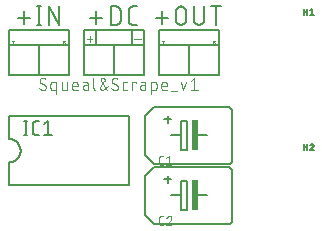
<source format=gbr>
G04 EAGLE Gerber RS-274X export*
G75*
%MOMM*%
%FSLAX34Y34*%
%LPD*%
%INSilkscreen Top*%
%IPPOS*%
%AMOC8*
5,1,8,0,0,1.08239X$1,22.5*%
G01*
%ADD10C,0.101600*%
%ADD11C,0.152400*%
%ADD12R,0.508000X2.540000*%
%ADD13C,0.076200*%
%ADD14C,0.127000*%
%ADD15C,0.025400*%


D10*
X41995Y114808D02*
X42088Y114810D01*
X42181Y114816D01*
X42274Y114825D01*
X42367Y114839D01*
X42458Y114856D01*
X42549Y114877D01*
X42639Y114902D01*
X42728Y114930D01*
X42816Y114962D01*
X42902Y114998D01*
X42987Y115037D01*
X43070Y115080D01*
X43151Y115126D01*
X43230Y115176D01*
X43307Y115228D01*
X43382Y115284D01*
X43454Y115343D01*
X43524Y115405D01*
X43592Y115469D01*
X43656Y115537D01*
X43718Y115607D01*
X43777Y115679D01*
X43833Y115754D01*
X43885Y115831D01*
X43935Y115910D01*
X43981Y115991D01*
X44024Y116074D01*
X44063Y116159D01*
X44099Y116245D01*
X44131Y116333D01*
X44159Y116422D01*
X44184Y116512D01*
X44205Y116603D01*
X44222Y116694D01*
X44236Y116787D01*
X44245Y116880D01*
X44251Y116973D01*
X44253Y117066D01*
X41995Y114808D02*
X41861Y114810D01*
X41726Y114816D01*
X41592Y114825D01*
X41458Y114838D01*
X41325Y114855D01*
X41192Y114876D01*
X41060Y114901D01*
X40928Y114929D01*
X40797Y114961D01*
X40668Y114996D01*
X40539Y115036D01*
X40412Y115079D01*
X40285Y115125D01*
X40160Y115175D01*
X40037Y115228D01*
X39915Y115285D01*
X39795Y115346D01*
X39676Y115409D01*
X39560Y115476D01*
X39445Y115547D01*
X39333Y115620D01*
X39222Y115697D01*
X39114Y115777D01*
X39008Y115859D01*
X38904Y115945D01*
X38803Y116034D01*
X38704Y116125D01*
X38608Y116219D01*
X38890Y122710D02*
X38892Y122803D01*
X38898Y122896D01*
X38907Y122989D01*
X38921Y123082D01*
X38938Y123173D01*
X38959Y123264D01*
X38984Y123354D01*
X39012Y123443D01*
X39044Y123531D01*
X39080Y123617D01*
X39119Y123702D01*
X39162Y123785D01*
X39208Y123866D01*
X39258Y123945D01*
X39310Y124022D01*
X39366Y124097D01*
X39425Y124169D01*
X39487Y124239D01*
X39551Y124307D01*
X39619Y124371D01*
X39689Y124433D01*
X39761Y124492D01*
X39836Y124548D01*
X39913Y124600D01*
X39992Y124650D01*
X40073Y124696D01*
X40156Y124739D01*
X40241Y124778D01*
X40327Y124814D01*
X40415Y124846D01*
X40504Y124874D01*
X40594Y124899D01*
X40685Y124920D01*
X40776Y124937D01*
X40869Y124951D01*
X40962Y124960D01*
X41055Y124966D01*
X41148Y124968D01*
X41278Y124966D01*
X41407Y124960D01*
X41537Y124950D01*
X41666Y124936D01*
X41794Y124918D01*
X41922Y124897D01*
X42049Y124871D01*
X42175Y124841D01*
X42301Y124808D01*
X42425Y124771D01*
X42548Y124730D01*
X42670Y124685D01*
X42790Y124637D01*
X42909Y124584D01*
X43026Y124529D01*
X43141Y124469D01*
X43255Y124407D01*
X43366Y124340D01*
X43476Y124271D01*
X43583Y124198D01*
X43688Y124121D01*
X40019Y120735D02*
X39938Y120785D01*
X39859Y120838D01*
X39782Y120894D01*
X39708Y120954D01*
X39637Y121017D01*
X39568Y121083D01*
X39501Y121151D01*
X39438Y121222D01*
X39378Y121296D01*
X39321Y121372D01*
X39267Y121451D01*
X39216Y121531D01*
X39169Y121614D01*
X39125Y121699D01*
X39085Y121785D01*
X39048Y121873D01*
X39015Y121962D01*
X38986Y122053D01*
X38961Y122145D01*
X38939Y122237D01*
X38922Y122331D01*
X38908Y122425D01*
X38898Y122520D01*
X38892Y122615D01*
X38890Y122710D01*
X43123Y119042D02*
X43204Y118991D01*
X43283Y118938D01*
X43360Y118882D01*
X43434Y118822D01*
X43505Y118759D01*
X43574Y118693D01*
X43641Y118625D01*
X43704Y118554D01*
X43764Y118480D01*
X43821Y118404D01*
X43875Y118325D01*
X43926Y118245D01*
X43973Y118162D01*
X44017Y118077D01*
X44057Y117991D01*
X44094Y117903D01*
X44127Y117814D01*
X44156Y117723D01*
X44181Y117632D01*
X44203Y117539D01*
X44220Y117445D01*
X44234Y117351D01*
X44244Y117256D01*
X44250Y117161D01*
X44252Y117066D01*
X43124Y119041D02*
X40019Y120735D01*
X52685Y121581D02*
X52685Y111421D01*
X52685Y121581D02*
X49863Y121581D01*
X49782Y121579D01*
X49702Y121573D01*
X49622Y121564D01*
X49543Y121550D01*
X49464Y121533D01*
X49386Y121512D01*
X49309Y121488D01*
X49234Y121460D01*
X49160Y121428D01*
X49087Y121393D01*
X49017Y121354D01*
X48948Y121312D01*
X48881Y121267D01*
X48816Y121219D01*
X48754Y121167D01*
X48695Y121113D01*
X48638Y121056D01*
X48584Y120997D01*
X48532Y120935D01*
X48484Y120870D01*
X48439Y120803D01*
X48397Y120735D01*
X48358Y120664D01*
X48323Y120591D01*
X48291Y120517D01*
X48263Y120442D01*
X48239Y120365D01*
X48218Y120287D01*
X48201Y120208D01*
X48187Y120129D01*
X48178Y120049D01*
X48172Y119969D01*
X48170Y119888D01*
X48170Y116501D01*
X48172Y116420D01*
X48178Y116340D01*
X48187Y116260D01*
X48201Y116181D01*
X48218Y116102D01*
X48239Y116024D01*
X48263Y115947D01*
X48291Y115872D01*
X48323Y115798D01*
X48358Y115725D01*
X48397Y115655D01*
X48439Y115586D01*
X48484Y115519D01*
X48532Y115454D01*
X48584Y115392D01*
X48638Y115333D01*
X48695Y115276D01*
X48754Y115222D01*
X48816Y115170D01*
X48881Y115122D01*
X48948Y115077D01*
X49017Y115035D01*
X49087Y114996D01*
X49160Y114961D01*
X49234Y114929D01*
X49309Y114901D01*
X49386Y114877D01*
X49464Y114856D01*
X49543Y114839D01*
X49622Y114825D01*
X49702Y114816D01*
X49782Y114810D01*
X49863Y114808D01*
X52685Y114808D01*
X57613Y116501D02*
X57613Y121581D01*
X57613Y116501D02*
X57615Y116420D01*
X57621Y116340D01*
X57630Y116260D01*
X57644Y116181D01*
X57661Y116102D01*
X57682Y116024D01*
X57706Y115947D01*
X57734Y115872D01*
X57766Y115798D01*
X57801Y115725D01*
X57840Y115655D01*
X57882Y115586D01*
X57927Y115519D01*
X57975Y115454D01*
X58027Y115392D01*
X58081Y115333D01*
X58138Y115276D01*
X58197Y115222D01*
X58259Y115170D01*
X58324Y115122D01*
X58391Y115077D01*
X58460Y115035D01*
X58530Y114996D01*
X58603Y114961D01*
X58677Y114929D01*
X58752Y114901D01*
X58829Y114877D01*
X58907Y114856D01*
X58986Y114839D01*
X59065Y114825D01*
X59145Y114816D01*
X59225Y114810D01*
X59306Y114808D01*
X62128Y114808D01*
X62128Y121581D01*
X68359Y114808D02*
X71181Y114808D01*
X68359Y114808D02*
X68278Y114810D01*
X68198Y114816D01*
X68118Y114825D01*
X68039Y114839D01*
X67960Y114856D01*
X67882Y114877D01*
X67805Y114901D01*
X67730Y114929D01*
X67656Y114961D01*
X67583Y114996D01*
X67513Y115035D01*
X67444Y115077D01*
X67377Y115122D01*
X67312Y115170D01*
X67250Y115222D01*
X67191Y115276D01*
X67134Y115333D01*
X67080Y115392D01*
X67028Y115454D01*
X66980Y115519D01*
X66935Y115586D01*
X66893Y115655D01*
X66854Y115725D01*
X66819Y115798D01*
X66787Y115872D01*
X66759Y115947D01*
X66735Y116024D01*
X66714Y116102D01*
X66697Y116181D01*
X66683Y116260D01*
X66674Y116340D01*
X66668Y116420D01*
X66666Y116501D01*
X66665Y116501D02*
X66665Y119324D01*
X66667Y119417D01*
X66673Y119510D01*
X66682Y119603D01*
X66696Y119696D01*
X66713Y119787D01*
X66734Y119878D01*
X66759Y119968D01*
X66787Y120057D01*
X66819Y120145D01*
X66855Y120231D01*
X66894Y120316D01*
X66937Y120399D01*
X66983Y120480D01*
X67033Y120559D01*
X67085Y120636D01*
X67141Y120711D01*
X67200Y120783D01*
X67262Y120853D01*
X67326Y120921D01*
X67394Y120985D01*
X67464Y121047D01*
X67536Y121106D01*
X67611Y121162D01*
X67688Y121214D01*
X67767Y121264D01*
X67848Y121310D01*
X67931Y121353D01*
X68016Y121392D01*
X68102Y121428D01*
X68190Y121460D01*
X68279Y121488D01*
X68369Y121513D01*
X68460Y121534D01*
X68551Y121551D01*
X68644Y121565D01*
X68737Y121574D01*
X68830Y121580D01*
X68923Y121582D01*
X69016Y121580D01*
X69109Y121574D01*
X69202Y121565D01*
X69295Y121551D01*
X69386Y121534D01*
X69477Y121513D01*
X69567Y121488D01*
X69656Y121460D01*
X69744Y121428D01*
X69830Y121392D01*
X69915Y121353D01*
X69998Y121310D01*
X70079Y121264D01*
X70158Y121214D01*
X70235Y121162D01*
X70310Y121106D01*
X70382Y121047D01*
X70452Y120985D01*
X70520Y120921D01*
X70584Y120853D01*
X70646Y120783D01*
X70705Y120711D01*
X70761Y120636D01*
X70813Y120559D01*
X70863Y120480D01*
X70909Y120399D01*
X70952Y120316D01*
X70991Y120231D01*
X71027Y120145D01*
X71059Y120057D01*
X71087Y119968D01*
X71112Y119878D01*
X71133Y119787D01*
X71150Y119696D01*
X71164Y119603D01*
X71173Y119510D01*
X71179Y119417D01*
X71181Y119324D01*
X71181Y118195D01*
X66665Y118195D01*
X77303Y118759D02*
X79843Y118759D01*
X77303Y118760D02*
X77216Y118758D01*
X77128Y118752D01*
X77041Y118743D01*
X76955Y118729D01*
X76869Y118712D01*
X76785Y118691D01*
X76701Y118666D01*
X76618Y118637D01*
X76537Y118605D01*
X76457Y118570D01*
X76379Y118531D01*
X76302Y118488D01*
X76228Y118442D01*
X76156Y118393D01*
X76086Y118341D01*
X76018Y118285D01*
X75953Y118227D01*
X75890Y118166D01*
X75831Y118102D01*
X75774Y118035D01*
X75720Y117967D01*
X75669Y117895D01*
X75622Y117822D01*
X75577Y117747D01*
X75536Y117669D01*
X75499Y117590D01*
X75465Y117510D01*
X75435Y117428D01*
X75408Y117345D01*
X75385Y117260D01*
X75366Y117175D01*
X75351Y117089D01*
X75339Y117002D01*
X75331Y116915D01*
X75327Y116828D01*
X75327Y116740D01*
X75331Y116653D01*
X75339Y116566D01*
X75351Y116479D01*
X75366Y116393D01*
X75385Y116308D01*
X75408Y116223D01*
X75435Y116140D01*
X75465Y116058D01*
X75499Y115978D01*
X75536Y115899D01*
X75577Y115821D01*
X75622Y115746D01*
X75669Y115673D01*
X75720Y115601D01*
X75774Y115533D01*
X75831Y115466D01*
X75890Y115402D01*
X75953Y115341D01*
X76018Y115283D01*
X76086Y115227D01*
X76156Y115175D01*
X76228Y115126D01*
X76302Y115080D01*
X76379Y115037D01*
X76457Y114998D01*
X76537Y114963D01*
X76618Y114931D01*
X76701Y114902D01*
X76785Y114877D01*
X76869Y114856D01*
X76955Y114839D01*
X77041Y114825D01*
X77128Y114816D01*
X77216Y114810D01*
X77303Y114808D01*
X79843Y114808D01*
X79843Y119888D01*
X79842Y119888D02*
X79840Y119969D01*
X79834Y120049D01*
X79825Y120129D01*
X79811Y120208D01*
X79794Y120287D01*
X79773Y120365D01*
X79749Y120442D01*
X79721Y120517D01*
X79689Y120591D01*
X79654Y120664D01*
X79615Y120735D01*
X79573Y120803D01*
X79528Y120870D01*
X79480Y120935D01*
X79428Y120997D01*
X79374Y121056D01*
X79317Y121113D01*
X79258Y121167D01*
X79196Y121219D01*
X79131Y121267D01*
X79064Y121312D01*
X78996Y121354D01*
X78925Y121393D01*
X78852Y121428D01*
X78778Y121460D01*
X78703Y121488D01*
X78626Y121512D01*
X78548Y121533D01*
X78469Y121550D01*
X78390Y121564D01*
X78310Y121573D01*
X78230Y121579D01*
X78149Y121581D01*
X75892Y121581D01*
X84553Y124968D02*
X84553Y116501D01*
X84555Y116420D01*
X84561Y116340D01*
X84570Y116260D01*
X84584Y116181D01*
X84601Y116102D01*
X84622Y116024D01*
X84646Y115947D01*
X84674Y115872D01*
X84706Y115798D01*
X84741Y115725D01*
X84780Y115655D01*
X84822Y115586D01*
X84867Y115519D01*
X84915Y115454D01*
X84967Y115392D01*
X85021Y115333D01*
X85078Y115276D01*
X85137Y115222D01*
X85199Y115170D01*
X85264Y115122D01*
X85331Y115077D01*
X85400Y115035D01*
X85470Y114996D01*
X85543Y114961D01*
X85617Y114929D01*
X85692Y114901D01*
X85769Y114877D01*
X85847Y114856D01*
X85926Y114839D01*
X86005Y114825D01*
X86085Y114816D01*
X86165Y114810D01*
X86246Y114808D01*
X91001Y122428D02*
X90960Y122497D01*
X90923Y122568D01*
X90889Y122641D01*
X90858Y122716D01*
X90832Y122791D01*
X90809Y122868D01*
X90789Y122946D01*
X90774Y123025D01*
X90762Y123105D01*
X90754Y123185D01*
X90751Y123265D01*
X90750Y123345D01*
X90754Y123425D01*
X90762Y123505D01*
X90774Y123585D01*
X90789Y123664D01*
X90808Y123742D01*
X90831Y123819D01*
X90858Y123895D01*
X90888Y123969D01*
X90922Y124042D01*
X90959Y124113D01*
X91000Y124182D01*
X91044Y124250D01*
X91091Y124315D01*
X91141Y124377D01*
X91195Y124437D01*
X91251Y124495D01*
X91310Y124550D01*
X91371Y124602D01*
X91435Y124650D01*
X91501Y124696D01*
X91569Y124738D01*
X91639Y124777D01*
X91711Y124813D01*
X91785Y124845D01*
X91860Y124874D01*
X91937Y124899D01*
X92014Y124920D01*
X92093Y124937D01*
X92172Y124951D01*
X92252Y124960D01*
X92332Y124966D01*
X92412Y124968D01*
X91001Y122428D02*
X95798Y114808D01*
X93823Y122428D02*
X93864Y122497D01*
X93901Y122568D01*
X93935Y122641D01*
X93966Y122716D01*
X93992Y122791D01*
X94015Y122868D01*
X94035Y122946D01*
X94050Y123025D01*
X94062Y123105D01*
X94070Y123185D01*
X94073Y123265D01*
X94074Y123345D01*
X94070Y123425D01*
X94062Y123505D01*
X94050Y123585D01*
X94035Y123664D01*
X94016Y123742D01*
X93993Y123819D01*
X93966Y123895D01*
X93936Y123969D01*
X93902Y124042D01*
X93865Y124113D01*
X93824Y124182D01*
X93780Y124250D01*
X93733Y124315D01*
X93683Y124377D01*
X93629Y124437D01*
X93573Y124495D01*
X93514Y124550D01*
X93453Y124602D01*
X93389Y124650D01*
X93323Y124696D01*
X93255Y124738D01*
X93185Y124777D01*
X93113Y124813D01*
X93039Y124845D01*
X92964Y124874D01*
X92887Y124899D01*
X92810Y124920D01*
X92731Y124937D01*
X92652Y124951D01*
X92572Y124960D01*
X92492Y124966D01*
X92412Y124968D01*
X90154Y116501D02*
X90156Y116420D01*
X90162Y116340D01*
X90171Y116260D01*
X90185Y116181D01*
X90202Y116102D01*
X90223Y116024D01*
X90247Y115947D01*
X90275Y115872D01*
X90307Y115798D01*
X90342Y115725D01*
X90381Y115655D01*
X90423Y115586D01*
X90468Y115519D01*
X90516Y115454D01*
X90568Y115392D01*
X90622Y115333D01*
X90679Y115276D01*
X90738Y115222D01*
X90800Y115170D01*
X90865Y115122D01*
X90932Y115077D01*
X91001Y115035D01*
X91071Y114996D01*
X91144Y114961D01*
X91218Y114929D01*
X91293Y114901D01*
X91370Y114877D01*
X91448Y114856D01*
X91527Y114839D01*
X91606Y114825D01*
X91686Y114816D01*
X91766Y114810D01*
X91847Y114808D01*
X90154Y116501D02*
X90156Y116571D01*
X90161Y116640D01*
X90170Y116710D01*
X90182Y116779D01*
X90197Y116847D01*
X90216Y116914D01*
X90238Y116980D01*
X90263Y117045D01*
X90292Y117109D01*
X90323Y117171D01*
X90358Y117232D01*
X90396Y117291D01*
X90436Y117348D01*
X93823Y122428D01*
X92694Y115090D02*
X92637Y115050D01*
X92578Y115012D01*
X92517Y114977D01*
X92455Y114946D01*
X92391Y114917D01*
X92326Y114892D01*
X92260Y114870D01*
X92193Y114851D01*
X92125Y114836D01*
X92056Y114824D01*
X91986Y114815D01*
X91917Y114810D01*
X91847Y114808D01*
X92694Y115090D02*
X96927Y118195D01*
X103015Y114808D02*
X103108Y114810D01*
X103201Y114816D01*
X103294Y114825D01*
X103387Y114839D01*
X103478Y114856D01*
X103569Y114877D01*
X103659Y114902D01*
X103748Y114930D01*
X103836Y114962D01*
X103922Y114998D01*
X104007Y115037D01*
X104090Y115080D01*
X104171Y115126D01*
X104250Y115176D01*
X104327Y115228D01*
X104402Y115284D01*
X104474Y115343D01*
X104544Y115405D01*
X104612Y115469D01*
X104676Y115537D01*
X104738Y115607D01*
X104797Y115679D01*
X104853Y115754D01*
X104905Y115831D01*
X104955Y115910D01*
X105001Y115991D01*
X105044Y116074D01*
X105083Y116159D01*
X105119Y116245D01*
X105151Y116333D01*
X105179Y116422D01*
X105204Y116512D01*
X105225Y116603D01*
X105242Y116694D01*
X105256Y116787D01*
X105265Y116880D01*
X105271Y116973D01*
X105273Y117066D01*
X103015Y114808D02*
X102881Y114810D01*
X102746Y114816D01*
X102612Y114825D01*
X102478Y114838D01*
X102345Y114855D01*
X102212Y114876D01*
X102080Y114901D01*
X101948Y114929D01*
X101817Y114961D01*
X101688Y114996D01*
X101559Y115036D01*
X101432Y115079D01*
X101305Y115125D01*
X101180Y115175D01*
X101057Y115228D01*
X100935Y115285D01*
X100815Y115346D01*
X100696Y115409D01*
X100580Y115476D01*
X100465Y115547D01*
X100353Y115620D01*
X100242Y115697D01*
X100134Y115777D01*
X100028Y115859D01*
X99924Y115945D01*
X99823Y116034D01*
X99724Y116125D01*
X99628Y116219D01*
X99911Y122710D02*
X99913Y122803D01*
X99919Y122896D01*
X99928Y122989D01*
X99942Y123082D01*
X99959Y123173D01*
X99980Y123264D01*
X100005Y123354D01*
X100033Y123443D01*
X100065Y123531D01*
X100101Y123617D01*
X100140Y123702D01*
X100183Y123785D01*
X100229Y123866D01*
X100279Y123945D01*
X100331Y124022D01*
X100387Y124097D01*
X100446Y124169D01*
X100508Y124239D01*
X100572Y124307D01*
X100640Y124371D01*
X100710Y124433D01*
X100782Y124492D01*
X100857Y124548D01*
X100934Y124600D01*
X101013Y124650D01*
X101094Y124696D01*
X101177Y124739D01*
X101262Y124778D01*
X101348Y124814D01*
X101436Y124846D01*
X101525Y124874D01*
X101615Y124899D01*
X101706Y124920D01*
X101797Y124937D01*
X101890Y124951D01*
X101983Y124960D01*
X102076Y124966D01*
X102169Y124968D01*
X102299Y124966D01*
X102428Y124960D01*
X102558Y124950D01*
X102687Y124936D01*
X102815Y124918D01*
X102943Y124897D01*
X103070Y124871D01*
X103196Y124841D01*
X103322Y124808D01*
X103446Y124771D01*
X103569Y124730D01*
X103691Y124685D01*
X103811Y124637D01*
X103930Y124584D01*
X104047Y124529D01*
X104162Y124469D01*
X104276Y124407D01*
X104387Y124340D01*
X104497Y124271D01*
X104604Y124198D01*
X104709Y124121D01*
X101040Y120735D02*
X100959Y120785D01*
X100880Y120838D01*
X100803Y120894D01*
X100729Y120954D01*
X100658Y121017D01*
X100589Y121083D01*
X100522Y121151D01*
X100459Y121222D01*
X100399Y121296D01*
X100342Y121372D01*
X100288Y121451D01*
X100237Y121531D01*
X100190Y121614D01*
X100146Y121699D01*
X100106Y121785D01*
X100069Y121873D01*
X100036Y121962D01*
X100007Y122053D01*
X99982Y122145D01*
X99960Y122237D01*
X99943Y122331D01*
X99929Y122425D01*
X99919Y122520D01*
X99913Y122615D01*
X99911Y122710D01*
X104144Y119042D02*
X104225Y118991D01*
X104304Y118938D01*
X104381Y118882D01*
X104455Y118822D01*
X104526Y118759D01*
X104595Y118693D01*
X104662Y118625D01*
X104725Y118554D01*
X104785Y118480D01*
X104842Y118404D01*
X104896Y118325D01*
X104947Y118245D01*
X104994Y118162D01*
X105038Y118077D01*
X105078Y117991D01*
X105115Y117903D01*
X105148Y117814D01*
X105177Y117723D01*
X105202Y117632D01*
X105224Y117539D01*
X105241Y117445D01*
X105255Y117351D01*
X105265Y117256D01*
X105271Y117161D01*
X105273Y117066D01*
X104144Y119041D02*
X101040Y120735D01*
X110951Y114808D02*
X113209Y114808D01*
X110951Y114808D02*
X110870Y114810D01*
X110790Y114816D01*
X110710Y114825D01*
X110631Y114839D01*
X110552Y114856D01*
X110474Y114877D01*
X110397Y114901D01*
X110322Y114929D01*
X110248Y114961D01*
X110175Y114996D01*
X110105Y115035D01*
X110036Y115077D01*
X109969Y115122D01*
X109904Y115170D01*
X109842Y115222D01*
X109783Y115276D01*
X109726Y115333D01*
X109672Y115392D01*
X109620Y115454D01*
X109572Y115519D01*
X109527Y115586D01*
X109485Y115655D01*
X109446Y115725D01*
X109411Y115798D01*
X109379Y115872D01*
X109351Y115947D01*
X109327Y116024D01*
X109306Y116102D01*
X109289Y116181D01*
X109275Y116260D01*
X109266Y116340D01*
X109260Y116420D01*
X109258Y116501D01*
X109258Y119888D01*
X109260Y119969D01*
X109266Y120049D01*
X109275Y120129D01*
X109289Y120208D01*
X109306Y120287D01*
X109327Y120365D01*
X109351Y120442D01*
X109379Y120517D01*
X109411Y120591D01*
X109446Y120664D01*
X109485Y120735D01*
X109527Y120803D01*
X109572Y120870D01*
X109620Y120935D01*
X109672Y120997D01*
X109726Y121056D01*
X109783Y121113D01*
X109842Y121167D01*
X109904Y121219D01*
X109969Y121267D01*
X110036Y121312D01*
X110105Y121354D01*
X110175Y121393D01*
X110248Y121428D01*
X110322Y121460D01*
X110397Y121488D01*
X110474Y121512D01*
X110552Y121533D01*
X110631Y121550D01*
X110710Y121564D01*
X110790Y121573D01*
X110870Y121579D01*
X110951Y121581D01*
X113209Y121581D01*
X117355Y121581D02*
X117355Y114808D01*
X117355Y121581D02*
X120741Y121581D01*
X120741Y120452D01*
X125918Y118759D02*
X128458Y118759D01*
X125918Y118760D02*
X125831Y118758D01*
X125743Y118752D01*
X125656Y118743D01*
X125570Y118729D01*
X125484Y118712D01*
X125400Y118691D01*
X125316Y118666D01*
X125233Y118637D01*
X125152Y118605D01*
X125072Y118570D01*
X124994Y118531D01*
X124917Y118488D01*
X124843Y118442D01*
X124771Y118393D01*
X124701Y118341D01*
X124633Y118285D01*
X124568Y118227D01*
X124505Y118166D01*
X124446Y118102D01*
X124389Y118035D01*
X124335Y117967D01*
X124284Y117895D01*
X124237Y117822D01*
X124192Y117747D01*
X124151Y117669D01*
X124114Y117590D01*
X124080Y117510D01*
X124050Y117428D01*
X124023Y117345D01*
X124000Y117260D01*
X123981Y117175D01*
X123966Y117089D01*
X123954Y117002D01*
X123946Y116915D01*
X123942Y116828D01*
X123942Y116740D01*
X123946Y116653D01*
X123954Y116566D01*
X123966Y116479D01*
X123981Y116393D01*
X124000Y116308D01*
X124023Y116223D01*
X124050Y116140D01*
X124080Y116058D01*
X124114Y115978D01*
X124151Y115899D01*
X124192Y115821D01*
X124237Y115746D01*
X124284Y115673D01*
X124335Y115601D01*
X124389Y115533D01*
X124446Y115466D01*
X124505Y115402D01*
X124568Y115341D01*
X124633Y115283D01*
X124701Y115227D01*
X124771Y115175D01*
X124843Y115126D01*
X124917Y115080D01*
X124994Y115037D01*
X125072Y114998D01*
X125152Y114963D01*
X125233Y114931D01*
X125316Y114902D01*
X125400Y114877D01*
X125484Y114856D01*
X125570Y114839D01*
X125656Y114825D01*
X125743Y114816D01*
X125831Y114810D01*
X125918Y114808D01*
X128458Y114808D01*
X128458Y119888D01*
X128456Y119969D01*
X128450Y120049D01*
X128441Y120129D01*
X128427Y120208D01*
X128410Y120287D01*
X128389Y120365D01*
X128365Y120442D01*
X128337Y120517D01*
X128305Y120591D01*
X128270Y120664D01*
X128231Y120735D01*
X128189Y120803D01*
X128144Y120870D01*
X128096Y120935D01*
X128044Y120997D01*
X127990Y121056D01*
X127933Y121113D01*
X127874Y121167D01*
X127812Y121219D01*
X127747Y121267D01*
X127680Y121312D01*
X127612Y121354D01*
X127541Y121393D01*
X127468Y121428D01*
X127394Y121460D01*
X127319Y121488D01*
X127242Y121512D01*
X127164Y121533D01*
X127085Y121550D01*
X127006Y121564D01*
X126926Y121573D01*
X126846Y121579D01*
X126765Y121581D01*
X124507Y121581D01*
X133441Y121581D02*
X133441Y111421D01*
X133441Y121581D02*
X136263Y121581D01*
X136344Y121579D01*
X136424Y121573D01*
X136504Y121564D01*
X136583Y121550D01*
X136662Y121533D01*
X136740Y121512D01*
X136817Y121488D01*
X136892Y121460D01*
X136966Y121428D01*
X137039Y121393D01*
X137110Y121354D01*
X137178Y121312D01*
X137245Y121267D01*
X137310Y121219D01*
X137372Y121167D01*
X137431Y121113D01*
X137488Y121056D01*
X137542Y120997D01*
X137594Y120935D01*
X137642Y120870D01*
X137687Y120803D01*
X137729Y120735D01*
X137768Y120664D01*
X137803Y120591D01*
X137835Y120517D01*
X137863Y120442D01*
X137887Y120365D01*
X137908Y120287D01*
X137925Y120208D01*
X137939Y120129D01*
X137948Y120049D01*
X137954Y119969D01*
X137956Y119888D01*
X137957Y119888D02*
X137957Y116501D01*
X137956Y116501D02*
X137954Y116420D01*
X137948Y116340D01*
X137939Y116260D01*
X137925Y116181D01*
X137908Y116102D01*
X137887Y116024D01*
X137863Y115947D01*
X137835Y115872D01*
X137803Y115798D01*
X137768Y115725D01*
X137729Y115655D01*
X137687Y115586D01*
X137642Y115519D01*
X137594Y115454D01*
X137542Y115392D01*
X137488Y115333D01*
X137431Y115276D01*
X137372Y115222D01*
X137310Y115170D01*
X137245Y115122D01*
X137178Y115077D01*
X137110Y115035D01*
X137039Y114996D01*
X136966Y114961D01*
X136892Y114929D01*
X136817Y114901D01*
X136740Y114877D01*
X136662Y114856D01*
X136583Y114839D01*
X136504Y114825D01*
X136424Y114816D01*
X136344Y114810D01*
X136263Y114808D01*
X133441Y114808D01*
X143796Y114808D02*
X146618Y114808D01*
X143796Y114808D02*
X143715Y114810D01*
X143635Y114816D01*
X143555Y114825D01*
X143476Y114839D01*
X143397Y114856D01*
X143319Y114877D01*
X143242Y114901D01*
X143167Y114929D01*
X143093Y114961D01*
X143020Y114996D01*
X142950Y115035D01*
X142881Y115077D01*
X142814Y115122D01*
X142749Y115170D01*
X142687Y115222D01*
X142628Y115276D01*
X142571Y115333D01*
X142517Y115392D01*
X142465Y115454D01*
X142417Y115519D01*
X142372Y115586D01*
X142330Y115655D01*
X142291Y115725D01*
X142256Y115798D01*
X142224Y115872D01*
X142196Y115947D01*
X142172Y116024D01*
X142151Y116102D01*
X142134Y116181D01*
X142120Y116260D01*
X142111Y116340D01*
X142105Y116420D01*
X142103Y116501D01*
X142103Y119324D01*
X142105Y119417D01*
X142111Y119510D01*
X142120Y119603D01*
X142134Y119696D01*
X142151Y119787D01*
X142172Y119878D01*
X142197Y119968D01*
X142225Y120057D01*
X142257Y120145D01*
X142293Y120231D01*
X142332Y120316D01*
X142375Y120399D01*
X142421Y120480D01*
X142471Y120559D01*
X142523Y120636D01*
X142579Y120711D01*
X142638Y120783D01*
X142700Y120853D01*
X142764Y120921D01*
X142832Y120985D01*
X142902Y121047D01*
X142974Y121106D01*
X143049Y121162D01*
X143126Y121214D01*
X143205Y121264D01*
X143286Y121310D01*
X143369Y121353D01*
X143454Y121392D01*
X143540Y121428D01*
X143628Y121460D01*
X143717Y121488D01*
X143807Y121513D01*
X143898Y121534D01*
X143989Y121551D01*
X144082Y121565D01*
X144175Y121574D01*
X144268Y121580D01*
X144361Y121582D01*
X144454Y121580D01*
X144547Y121574D01*
X144640Y121565D01*
X144733Y121551D01*
X144824Y121534D01*
X144915Y121513D01*
X145005Y121488D01*
X145094Y121460D01*
X145182Y121428D01*
X145268Y121392D01*
X145353Y121353D01*
X145436Y121310D01*
X145517Y121264D01*
X145596Y121214D01*
X145673Y121162D01*
X145748Y121106D01*
X145820Y121047D01*
X145890Y120985D01*
X145958Y120921D01*
X146022Y120853D01*
X146084Y120783D01*
X146143Y120711D01*
X146199Y120636D01*
X146251Y120559D01*
X146301Y120480D01*
X146347Y120399D01*
X146390Y120316D01*
X146429Y120231D01*
X146465Y120145D01*
X146497Y120057D01*
X146525Y119968D01*
X146550Y119878D01*
X146571Y119787D01*
X146588Y119696D01*
X146602Y119603D01*
X146611Y119510D01*
X146617Y119417D01*
X146619Y119324D01*
X146618Y119324D02*
X146618Y118195D01*
X142103Y118195D01*
X150485Y113679D02*
X155000Y113679D01*
X160789Y114808D02*
X158532Y121581D01*
X163047Y121581D02*
X160789Y114808D01*
X167020Y122710D02*
X169842Y124968D01*
X169842Y114808D01*
X167020Y114808D02*
X172664Y114808D01*
D11*
X198120Y100330D02*
X135890Y100330D01*
X201930Y96520D02*
X201930Y55880D01*
X198120Y52070D02*
X135890Y52070D01*
X128270Y92710D02*
X135890Y100330D01*
X147320Y92964D02*
X147320Y86614D01*
X150622Y89916D02*
X144018Y89916D01*
X149860Y76200D02*
X158750Y76200D01*
X158750Y64008D01*
X163830Y64008D01*
X163830Y88392D01*
X158750Y88392D01*
X158750Y76200D01*
X171450Y76200D02*
X180340Y76200D01*
X135890Y52070D02*
X128270Y59690D01*
X128270Y92710D01*
X198120Y100330D02*
X198242Y100328D01*
X198364Y100322D01*
X198486Y100312D01*
X198607Y100299D01*
X198728Y100281D01*
X198848Y100260D01*
X198968Y100234D01*
X199086Y100205D01*
X199204Y100173D01*
X199321Y100136D01*
X199436Y100096D01*
X199550Y100052D01*
X199662Y100004D01*
X199773Y99953D01*
X199882Y99898D01*
X199990Y99840D01*
X200095Y99778D01*
X200198Y99713D01*
X200300Y99645D01*
X200399Y99573D01*
X200495Y99499D01*
X200590Y99421D01*
X200681Y99340D01*
X200771Y99257D01*
X200857Y99171D01*
X200940Y99081D01*
X201021Y98990D01*
X201099Y98895D01*
X201173Y98799D01*
X201245Y98700D01*
X201313Y98598D01*
X201378Y98495D01*
X201440Y98390D01*
X201498Y98282D01*
X201553Y98173D01*
X201604Y98062D01*
X201652Y97950D01*
X201696Y97836D01*
X201736Y97721D01*
X201773Y97604D01*
X201805Y97486D01*
X201834Y97368D01*
X201860Y97248D01*
X201881Y97128D01*
X201899Y97007D01*
X201912Y96886D01*
X201922Y96764D01*
X201928Y96642D01*
X201930Y96520D01*
X201930Y55880D02*
X201928Y55758D01*
X201922Y55636D01*
X201912Y55514D01*
X201899Y55393D01*
X201881Y55272D01*
X201860Y55152D01*
X201834Y55032D01*
X201805Y54914D01*
X201773Y54796D01*
X201736Y54679D01*
X201696Y54564D01*
X201652Y54450D01*
X201604Y54338D01*
X201553Y54227D01*
X201498Y54118D01*
X201440Y54010D01*
X201378Y53905D01*
X201313Y53802D01*
X201245Y53700D01*
X201173Y53601D01*
X201099Y53505D01*
X201021Y53410D01*
X200940Y53319D01*
X200857Y53229D01*
X200771Y53143D01*
X200681Y53060D01*
X200590Y52979D01*
X200495Y52901D01*
X200399Y52827D01*
X200300Y52755D01*
X200198Y52687D01*
X200095Y52622D01*
X199990Y52560D01*
X199882Y52502D01*
X199773Y52447D01*
X199662Y52396D01*
X199550Y52348D01*
X199436Y52304D01*
X199321Y52264D01*
X199204Y52227D01*
X199086Y52195D01*
X198968Y52166D01*
X198848Y52140D01*
X198728Y52119D01*
X198607Y52101D01*
X198486Y52088D01*
X198364Y52078D01*
X198242Y52072D01*
X198120Y52070D01*
D12*
X170180Y76200D03*
D13*
X143468Y51181D02*
X141774Y51181D01*
X141693Y51183D01*
X141613Y51189D01*
X141533Y51198D01*
X141454Y51212D01*
X141375Y51229D01*
X141297Y51250D01*
X141220Y51274D01*
X141145Y51302D01*
X141071Y51334D01*
X140998Y51369D01*
X140928Y51408D01*
X140859Y51450D01*
X140792Y51495D01*
X140727Y51543D01*
X140665Y51595D01*
X140606Y51649D01*
X140549Y51706D01*
X140495Y51765D01*
X140443Y51827D01*
X140395Y51892D01*
X140350Y51959D01*
X140308Y52028D01*
X140269Y52098D01*
X140234Y52171D01*
X140202Y52245D01*
X140174Y52320D01*
X140150Y52397D01*
X140129Y52475D01*
X140112Y52554D01*
X140098Y52633D01*
X140089Y52713D01*
X140083Y52793D01*
X140081Y52874D01*
X140081Y57108D01*
X140083Y57189D01*
X140089Y57269D01*
X140098Y57349D01*
X140112Y57428D01*
X140129Y57507D01*
X140150Y57585D01*
X140174Y57662D01*
X140202Y57737D01*
X140234Y57811D01*
X140269Y57884D01*
X140308Y57954D01*
X140350Y58023D01*
X140395Y58090D01*
X140443Y58155D01*
X140495Y58217D01*
X140549Y58276D01*
X140606Y58333D01*
X140665Y58387D01*
X140727Y58439D01*
X140792Y58487D01*
X140859Y58532D01*
X140927Y58574D01*
X140998Y58613D01*
X141071Y58648D01*
X141145Y58680D01*
X141220Y58708D01*
X141297Y58732D01*
X141375Y58753D01*
X141454Y58770D01*
X141533Y58784D01*
X141613Y58793D01*
X141693Y58799D01*
X141774Y58801D01*
X143468Y58801D01*
X146391Y57108D02*
X148508Y58801D01*
X148508Y51181D01*
X150624Y51181D02*
X146391Y51181D01*
D11*
X135890Y49530D02*
X198120Y49530D01*
X201930Y45720D02*
X201930Y5080D01*
X198120Y1270D02*
X135890Y1270D01*
X128270Y41910D02*
X135890Y49530D01*
X147320Y42164D02*
X147320Y35814D01*
X150622Y39116D02*
X144018Y39116D01*
X149860Y25400D02*
X158750Y25400D01*
X158750Y13208D01*
X163830Y13208D01*
X163830Y37592D01*
X158750Y37592D01*
X158750Y25400D01*
X171450Y25400D02*
X180340Y25400D01*
X135890Y1270D02*
X128270Y8890D01*
X128270Y41910D01*
X198120Y49530D02*
X198242Y49528D01*
X198364Y49522D01*
X198486Y49512D01*
X198607Y49499D01*
X198728Y49481D01*
X198848Y49460D01*
X198968Y49434D01*
X199086Y49405D01*
X199204Y49373D01*
X199321Y49336D01*
X199436Y49296D01*
X199550Y49252D01*
X199662Y49204D01*
X199773Y49153D01*
X199882Y49098D01*
X199990Y49040D01*
X200095Y48978D01*
X200198Y48913D01*
X200300Y48845D01*
X200399Y48773D01*
X200495Y48699D01*
X200590Y48621D01*
X200681Y48540D01*
X200771Y48457D01*
X200857Y48371D01*
X200940Y48281D01*
X201021Y48190D01*
X201099Y48095D01*
X201173Y47999D01*
X201245Y47900D01*
X201313Y47798D01*
X201378Y47695D01*
X201440Y47590D01*
X201498Y47482D01*
X201553Y47373D01*
X201604Y47262D01*
X201652Y47150D01*
X201696Y47036D01*
X201736Y46921D01*
X201773Y46804D01*
X201805Y46686D01*
X201834Y46568D01*
X201860Y46448D01*
X201881Y46328D01*
X201899Y46207D01*
X201912Y46086D01*
X201922Y45964D01*
X201928Y45842D01*
X201930Y45720D01*
X201930Y5080D02*
X201928Y4958D01*
X201922Y4836D01*
X201912Y4714D01*
X201899Y4593D01*
X201881Y4472D01*
X201860Y4352D01*
X201834Y4232D01*
X201805Y4114D01*
X201773Y3996D01*
X201736Y3879D01*
X201696Y3764D01*
X201652Y3650D01*
X201604Y3538D01*
X201553Y3427D01*
X201498Y3318D01*
X201440Y3210D01*
X201378Y3105D01*
X201313Y3002D01*
X201245Y2900D01*
X201173Y2801D01*
X201099Y2705D01*
X201021Y2610D01*
X200940Y2519D01*
X200857Y2429D01*
X200771Y2343D01*
X200681Y2260D01*
X200590Y2179D01*
X200495Y2101D01*
X200399Y2027D01*
X200300Y1955D01*
X200198Y1887D01*
X200095Y1822D01*
X199990Y1760D01*
X199882Y1702D01*
X199773Y1647D01*
X199662Y1596D01*
X199550Y1548D01*
X199436Y1504D01*
X199321Y1464D01*
X199204Y1427D01*
X199086Y1395D01*
X198968Y1366D01*
X198848Y1340D01*
X198728Y1319D01*
X198607Y1301D01*
X198486Y1288D01*
X198364Y1278D01*
X198242Y1272D01*
X198120Y1270D01*
D12*
X170180Y25400D03*
D13*
X143468Y381D02*
X141774Y381D01*
X141693Y383D01*
X141613Y389D01*
X141533Y398D01*
X141454Y412D01*
X141375Y429D01*
X141297Y450D01*
X141220Y474D01*
X141145Y502D01*
X141071Y534D01*
X140998Y569D01*
X140928Y608D01*
X140859Y650D01*
X140792Y695D01*
X140727Y743D01*
X140665Y795D01*
X140606Y849D01*
X140549Y906D01*
X140495Y965D01*
X140443Y1027D01*
X140395Y1092D01*
X140350Y1159D01*
X140308Y1228D01*
X140269Y1298D01*
X140234Y1371D01*
X140202Y1445D01*
X140174Y1520D01*
X140150Y1597D01*
X140129Y1675D01*
X140112Y1754D01*
X140098Y1833D01*
X140089Y1913D01*
X140083Y1993D01*
X140081Y2074D01*
X140081Y6308D01*
X140083Y6389D01*
X140089Y6469D01*
X140098Y6549D01*
X140112Y6628D01*
X140129Y6707D01*
X140150Y6785D01*
X140174Y6862D01*
X140202Y6937D01*
X140234Y7011D01*
X140269Y7084D01*
X140308Y7154D01*
X140350Y7223D01*
X140395Y7290D01*
X140443Y7355D01*
X140495Y7417D01*
X140549Y7476D01*
X140606Y7533D01*
X140665Y7587D01*
X140727Y7639D01*
X140792Y7687D01*
X140859Y7732D01*
X140927Y7774D01*
X140998Y7813D01*
X141071Y7848D01*
X141145Y7880D01*
X141220Y7908D01*
X141297Y7932D01*
X141375Y7953D01*
X141454Y7970D01*
X141533Y7984D01*
X141613Y7993D01*
X141693Y7999D01*
X141774Y8001D01*
X143468Y8001D01*
X148719Y8001D02*
X148804Y7999D01*
X148890Y7993D01*
X148975Y7984D01*
X149059Y7970D01*
X149143Y7953D01*
X149226Y7932D01*
X149308Y7908D01*
X149388Y7880D01*
X149468Y7848D01*
X149546Y7812D01*
X149622Y7774D01*
X149696Y7731D01*
X149768Y7686D01*
X149839Y7637D01*
X149907Y7585D01*
X149972Y7531D01*
X150035Y7473D01*
X150096Y7412D01*
X150154Y7349D01*
X150208Y7284D01*
X150260Y7216D01*
X150309Y7145D01*
X150354Y7073D01*
X150397Y6999D01*
X150435Y6923D01*
X150471Y6845D01*
X150503Y6765D01*
X150531Y6685D01*
X150555Y6603D01*
X150576Y6520D01*
X150593Y6436D01*
X150607Y6352D01*
X150616Y6267D01*
X150622Y6181D01*
X150624Y6096D01*
X148719Y8001D02*
X148623Y7999D01*
X148527Y7993D01*
X148431Y7984D01*
X148336Y7971D01*
X148241Y7954D01*
X148147Y7933D01*
X148054Y7909D01*
X147962Y7881D01*
X147871Y7850D01*
X147782Y7814D01*
X147694Y7776D01*
X147607Y7734D01*
X147523Y7689D01*
X147440Y7640D01*
X147359Y7588D01*
X147280Y7533D01*
X147203Y7475D01*
X147129Y7414D01*
X147057Y7350D01*
X146988Y7283D01*
X146921Y7214D01*
X146857Y7142D01*
X146796Y7068D01*
X146738Y6991D01*
X146683Y6912D01*
X146632Y6831D01*
X146583Y6748D01*
X146538Y6663D01*
X146496Y6577D01*
X146457Y6488D01*
X146422Y6399D01*
X146391Y6308D01*
X149989Y4614D02*
X150051Y4676D01*
X150110Y4740D01*
X150166Y4806D01*
X150220Y4875D01*
X150270Y4946D01*
X150318Y5020D01*
X150362Y5095D01*
X150403Y5172D01*
X150441Y5250D01*
X150475Y5330D01*
X150506Y5412D01*
X150534Y5495D01*
X150557Y5578D01*
X150578Y5663D01*
X150594Y5749D01*
X150607Y5835D01*
X150617Y5922D01*
X150622Y6009D01*
X150624Y6096D01*
X149989Y4614D02*
X146391Y381D01*
X150624Y381D01*
D14*
X86360Y152400D02*
X76200Y152400D01*
X86360Y152400D02*
X101600Y152400D01*
X116840Y152400D01*
X127000Y152400D01*
X127000Y127000D01*
X76200Y127000D02*
X76200Y152400D01*
X101600Y152400D02*
X101600Y127000D01*
X76200Y127000D01*
X101600Y127000D02*
X127000Y127000D01*
X76200Y152400D02*
X76200Y165100D01*
X86360Y165100D01*
X116840Y165100D01*
X127000Y165100D01*
X127000Y152400D01*
X86360Y152400D02*
X86360Y165100D01*
X116840Y165100D02*
X116840Y152400D01*
D13*
X83735Y157932D02*
X78825Y157932D01*
X81280Y160387D02*
X81280Y155476D01*
X118787Y157706D02*
X125053Y157706D01*
D14*
X92218Y176078D02*
X81888Y176078D01*
X87053Y170914D02*
X87053Y181243D01*
X99102Y185547D02*
X99102Y170053D01*
X99102Y185547D02*
X103405Y185547D01*
X103535Y185545D01*
X103665Y185539D01*
X103795Y185529D01*
X103924Y185516D01*
X104053Y185498D01*
X104181Y185477D01*
X104308Y185451D01*
X104435Y185422D01*
X104561Y185389D01*
X104685Y185352D01*
X104809Y185312D01*
X104931Y185267D01*
X105052Y185219D01*
X105171Y185168D01*
X105289Y185113D01*
X105405Y185054D01*
X105519Y184992D01*
X105632Y184926D01*
X105742Y184857D01*
X105850Y184785D01*
X105956Y184710D01*
X106059Y184631D01*
X106160Y184549D01*
X106259Y184465D01*
X106355Y184377D01*
X106448Y184286D01*
X106539Y184193D01*
X106627Y184097D01*
X106711Y183998D01*
X106793Y183897D01*
X106872Y183794D01*
X106947Y183688D01*
X107019Y183580D01*
X107088Y183470D01*
X107154Y183357D01*
X107216Y183243D01*
X107275Y183127D01*
X107330Y183009D01*
X107381Y182890D01*
X107429Y182769D01*
X107474Y182647D01*
X107514Y182523D01*
X107551Y182399D01*
X107584Y182273D01*
X107613Y182146D01*
X107639Y182019D01*
X107660Y181891D01*
X107678Y181762D01*
X107691Y181633D01*
X107701Y181503D01*
X107707Y181373D01*
X107709Y181243D01*
X107709Y174357D01*
X107707Y174227D01*
X107701Y174097D01*
X107691Y173967D01*
X107678Y173838D01*
X107660Y173709D01*
X107639Y173581D01*
X107613Y173454D01*
X107584Y173327D01*
X107551Y173201D01*
X107514Y173077D01*
X107474Y172953D01*
X107429Y172831D01*
X107381Y172710D01*
X107330Y172591D01*
X107275Y172473D01*
X107216Y172357D01*
X107154Y172243D01*
X107088Y172130D01*
X107019Y172020D01*
X106947Y171912D01*
X106872Y171806D01*
X106793Y171703D01*
X106711Y171602D01*
X106627Y171503D01*
X106539Y171407D01*
X106448Y171314D01*
X106355Y171223D01*
X106259Y171135D01*
X106160Y171051D01*
X106059Y170969D01*
X105956Y170890D01*
X105850Y170815D01*
X105742Y170743D01*
X105632Y170674D01*
X105519Y170608D01*
X105405Y170546D01*
X105289Y170487D01*
X105171Y170432D01*
X105052Y170381D01*
X104931Y170333D01*
X104809Y170288D01*
X104685Y170248D01*
X104561Y170211D01*
X104435Y170178D01*
X104308Y170149D01*
X104181Y170123D01*
X104053Y170102D01*
X103924Y170084D01*
X103795Y170071D01*
X103665Y170061D01*
X103535Y170055D01*
X103405Y170053D01*
X99102Y170053D01*
X117868Y170053D02*
X121312Y170053D01*
X117868Y170053D02*
X117753Y170055D01*
X117638Y170061D01*
X117523Y170070D01*
X117409Y170084D01*
X117295Y170101D01*
X117182Y170122D01*
X117070Y170147D01*
X116958Y170175D01*
X116848Y170208D01*
X116739Y170244D01*
X116631Y170283D01*
X116524Y170326D01*
X116419Y170373D01*
X116315Y170423D01*
X116213Y170477D01*
X116113Y170534D01*
X116015Y170594D01*
X115919Y170657D01*
X115826Y170724D01*
X115734Y170794D01*
X115645Y170867D01*
X115558Y170942D01*
X115474Y171021D01*
X115393Y171102D01*
X115314Y171186D01*
X115239Y171273D01*
X115166Y171362D01*
X115096Y171454D01*
X115029Y171547D01*
X114966Y171643D01*
X114906Y171741D01*
X114849Y171841D01*
X114795Y171943D01*
X114745Y172047D01*
X114698Y172152D01*
X114655Y172259D01*
X114616Y172367D01*
X114580Y172476D01*
X114547Y172586D01*
X114519Y172698D01*
X114494Y172810D01*
X114473Y172923D01*
X114456Y173037D01*
X114442Y173151D01*
X114433Y173266D01*
X114427Y173381D01*
X114425Y173496D01*
X114425Y182104D01*
X114427Y182219D01*
X114433Y182334D01*
X114442Y182449D01*
X114456Y182563D01*
X114473Y182677D01*
X114494Y182790D01*
X114519Y182902D01*
X114547Y183014D01*
X114580Y183124D01*
X114616Y183233D01*
X114655Y183341D01*
X114698Y183448D01*
X114745Y183553D01*
X114795Y183657D01*
X114849Y183759D01*
X114906Y183859D01*
X114966Y183957D01*
X115029Y184053D01*
X115096Y184146D01*
X115166Y184238D01*
X115239Y184327D01*
X115314Y184414D01*
X115393Y184498D01*
X115474Y184579D01*
X115558Y184657D01*
X115645Y184733D01*
X115734Y184806D01*
X115826Y184876D01*
X115919Y184943D01*
X116015Y185006D01*
X116113Y185066D01*
X116213Y185123D01*
X116315Y185177D01*
X116419Y185227D01*
X116524Y185274D01*
X116631Y185317D01*
X116739Y185356D01*
X116848Y185392D01*
X116958Y185425D01*
X117070Y185453D01*
X117182Y185478D01*
X117295Y185499D01*
X117409Y185516D01*
X117523Y185530D01*
X117638Y185539D01*
X117753Y185545D01*
X117868Y185547D01*
X121312Y185547D01*
D11*
X114300Y92710D02*
X12700Y92710D01*
X12700Y34290D02*
X114300Y34290D01*
X114300Y92710D01*
X12700Y92710D02*
X12700Y73660D01*
X12700Y53340D02*
X12700Y34290D01*
X12700Y53340D02*
X12947Y53343D01*
X13195Y53352D01*
X13442Y53367D01*
X13688Y53388D01*
X13934Y53415D01*
X14179Y53448D01*
X14424Y53487D01*
X14667Y53532D01*
X14909Y53583D01*
X15150Y53640D01*
X15389Y53702D01*
X15627Y53771D01*
X15863Y53845D01*
X16097Y53925D01*
X16329Y54010D01*
X16559Y54102D01*
X16787Y54198D01*
X17012Y54301D01*
X17235Y54408D01*
X17455Y54522D01*
X17672Y54640D01*
X17887Y54764D01*
X18098Y54893D01*
X18306Y55027D01*
X18511Y55166D01*
X18712Y55310D01*
X18910Y55458D01*
X19104Y55612D01*
X19294Y55770D01*
X19480Y55933D01*
X19662Y56100D01*
X19840Y56272D01*
X20014Y56448D01*
X20184Y56628D01*
X20349Y56813D01*
X20509Y57001D01*
X20665Y57193D01*
X20817Y57389D01*
X20963Y57588D01*
X21105Y57791D01*
X21241Y57998D01*
X21373Y58207D01*
X21499Y58420D01*
X21620Y58636D01*
X21736Y58854D01*
X21846Y59076D01*
X21951Y59300D01*
X22051Y59526D01*
X22145Y59755D01*
X22233Y59986D01*
X22316Y60220D01*
X22393Y60455D01*
X22464Y60692D01*
X22530Y60930D01*
X22589Y61170D01*
X22643Y61412D01*
X22691Y61655D01*
X22733Y61898D01*
X22769Y62143D01*
X22799Y62389D01*
X22823Y62635D01*
X22841Y62882D01*
X22853Y63129D01*
X22859Y63376D01*
X22859Y63624D01*
X22853Y63871D01*
X22841Y64118D01*
X22823Y64365D01*
X22799Y64611D01*
X22769Y64857D01*
X22733Y65102D01*
X22691Y65345D01*
X22643Y65588D01*
X22589Y65830D01*
X22530Y66070D01*
X22464Y66308D01*
X22393Y66545D01*
X22316Y66780D01*
X22233Y67014D01*
X22145Y67245D01*
X22051Y67474D01*
X21951Y67700D01*
X21846Y67924D01*
X21736Y68146D01*
X21620Y68364D01*
X21499Y68580D01*
X21373Y68793D01*
X21241Y69002D01*
X21105Y69209D01*
X20963Y69412D01*
X20817Y69611D01*
X20665Y69807D01*
X20509Y69999D01*
X20349Y70187D01*
X20184Y70372D01*
X20014Y70552D01*
X19840Y70728D01*
X19662Y70900D01*
X19480Y71067D01*
X19294Y71230D01*
X19104Y71388D01*
X18910Y71542D01*
X18712Y71690D01*
X18511Y71834D01*
X18306Y71973D01*
X18098Y72107D01*
X17887Y72236D01*
X17672Y72360D01*
X17455Y72478D01*
X17235Y72592D01*
X17012Y72699D01*
X16787Y72802D01*
X16559Y72898D01*
X16329Y72990D01*
X16097Y73075D01*
X15863Y73155D01*
X15627Y73229D01*
X15389Y73298D01*
X15150Y73360D01*
X14909Y73417D01*
X14667Y73468D01*
X14424Y73513D01*
X14179Y73552D01*
X13934Y73585D01*
X13688Y73612D01*
X13442Y73633D01*
X13195Y73648D01*
X12947Y73657D01*
X12700Y73660D01*
D14*
X27305Y76835D02*
X27305Y88265D01*
X26035Y76835D02*
X28575Y76835D01*
X28575Y88265D02*
X26035Y88265D01*
X35777Y76835D02*
X38317Y76835D01*
X35777Y76835D02*
X35677Y76837D01*
X35578Y76843D01*
X35478Y76853D01*
X35380Y76866D01*
X35281Y76884D01*
X35184Y76905D01*
X35088Y76930D01*
X34992Y76959D01*
X34898Y76992D01*
X34805Y77028D01*
X34714Y77068D01*
X34624Y77112D01*
X34536Y77159D01*
X34450Y77209D01*
X34366Y77263D01*
X34284Y77320D01*
X34205Y77380D01*
X34127Y77444D01*
X34053Y77510D01*
X33981Y77579D01*
X33912Y77651D01*
X33846Y77725D01*
X33782Y77803D01*
X33722Y77882D01*
X33665Y77964D01*
X33611Y78048D01*
X33561Y78134D01*
X33514Y78222D01*
X33470Y78312D01*
X33430Y78403D01*
X33394Y78496D01*
X33361Y78590D01*
X33332Y78686D01*
X33307Y78782D01*
X33286Y78879D01*
X33268Y78978D01*
X33255Y79076D01*
X33245Y79176D01*
X33239Y79275D01*
X33237Y79375D01*
X33237Y85725D01*
X33239Y85825D01*
X33245Y85924D01*
X33255Y86024D01*
X33268Y86122D01*
X33286Y86221D01*
X33307Y86318D01*
X33332Y86414D01*
X33361Y86510D01*
X33394Y86604D01*
X33430Y86697D01*
X33470Y86788D01*
X33514Y86878D01*
X33561Y86966D01*
X33611Y87052D01*
X33665Y87136D01*
X33722Y87218D01*
X33782Y87297D01*
X33846Y87375D01*
X33912Y87449D01*
X33981Y87521D01*
X34053Y87590D01*
X34127Y87656D01*
X34205Y87720D01*
X34284Y87780D01*
X34366Y87837D01*
X34450Y87891D01*
X34536Y87941D01*
X34624Y87988D01*
X34714Y88032D01*
X34805Y88072D01*
X34898Y88108D01*
X34992Y88141D01*
X35088Y88170D01*
X35184Y88195D01*
X35281Y88216D01*
X35380Y88234D01*
X35478Y88247D01*
X35578Y88257D01*
X35677Y88263D01*
X35777Y88265D01*
X38317Y88265D01*
X42799Y85725D02*
X45974Y88265D01*
X45974Y76835D01*
X42799Y76835D02*
X49149Y76835D01*
X38100Y152400D02*
X12700Y152400D01*
X38100Y152400D02*
X63500Y152400D01*
X63500Y127000D01*
X12700Y127000D02*
X12700Y152400D01*
X38100Y152400D02*
X38100Y127000D01*
X12700Y127000D01*
X38100Y127000D02*
X63500Y127000D01*
X12700Y152400D02*
X12700Y165100D01*
X63500Y165100D01*
X63500Y152400D01*
D15*
X60325Y154305D02*
X60323Y154261D01*
X60317Y154217D01*
X60308Y154174D01*
X60294Y154131D01*
X60277Y154090D01*
X60257Y154051D01*
X60233Y154014D01*
X60206Y153978D01*
X60176Y153946D01*
X60144Y153916D01*
X60108Y153889D01*
X60071Y153865D01*
X60032Y153845D01*
X59991Y153828D01*
X59948Y153814D01*
X59905Y153805D01*
X59861Y153799D01*
X59817Y153797D01*
X59752Y153799D01*
X59687Y153805D01*
X59623Y153815D01*
X59559Y153829D01*
X59496Y153846D01*
X59435Y153867D01*
X59374Y153893D01*
X59316Y153921D01*
X59259Y153953D01*
X59205Y153989D01*
X59152Y154028D01*
X59102Y154070D01*
X59055Y154114D01*
X59119Y155575D02*
X59121Y155619D01*
X59127Y155663D01*
X59136Y155706D01*
X59150Y155749D01*
X59167Y155790D01*
X59187Y155829D01*
X59211Y155866D01*
X59238Y155902D01*
X59268Y155934D01*
X59300Y155964D01*
X59336Y155991D01*
X59373Y156015D01*
X59412Y156035D01*
X59453Y156052D01*
X59496Y156066D01*
X59539Y156075D01*
X59583Y156081D01*
X59627Y156083D01*
X59627Y156084D02*
X59683Y156082D01*
X59738Y156077D01*
X59793Y156069D01*
X59848Y156058D01*
X59902Y156044D01*
X59955Y156026D01*
X60006Y156005D01*
X60057Y155982D01*
X60106Y155955D01*
X60153Y155926D01*
X60199Y155893D01*
X59372Y155130D02*
X59335Y155155D01*
X59299Y155182D01*
X59267Y155213D01*
X59237Y155246D01*
X59210Y155281D01*
X59186Y155319D01*
X59166Y155359D01*
X59149Y155400D01*
X59135Y155443D01*
X59126Y155486D01*
X59120Y155530D01*
X59118Y155575D01*
X60071Y154750D02*
X60108Y154725D01*
X60144Y154698D01*
X60176Y154667D01*
X60206Y154634D01*
X60233Y154599D01*
X60257Y154561D01*
X60277Y154521D01*
X60294Y154480D01*
X60308Y154437D01*
X60317Y154394D01*
X60323Y154350D01*
X60325Y154305D01*
X60071Y154750D02*
X59373Y155131D01*
X16510Y156083D02*
X16510Y153797D01*
X15875Y156083D02*
X17145Y156083D01*
D14*
X20730Y176078D02*
X31059Y176078D01*
X25895Y170914D02*
X25895Y181243D01*
X38778Y185547D02*
X38778Y170053D01*
X37057Y170053D02*
X40500Y170053D01*
X40500Y185547D02*
X37057Y185547D01*
X46862Y185547D02*
X46862Y170053D01*
X55470Y170053D02*
X46862Y185547D01*
X55470Y185547D02*
X55470Y170053D01*
X139700Y152400D02*
X165100Y152400D01*
X190500Y152400D01*
X190500Y127000D01*
X139700Y127000D02*
X139700Y152400D01*
X165100Y152400D02*
X165100Y127000D01*
X139700Y127000D01*
X165100Y127000D02*
X190500Y127000D01*
X139700Y152400D02*
X139700Y165100D01*
X190500Y165100D01*
X190500Y152400D01*
D15*
X187325Y154305D02*
X187323Y154261D01*
X187317Y154217D01*
X187308Y154174D01*
X187294Y154131D01*
X187277Y154090D01*
X187257Y154051D01*
X187233Y154014D01*
X187206Y153978D01*
X187176Y153946D01*
X187144Y153916D01*
X187108Y153889D01*
X187071Y153865D01*
X187032Y153845D01*
X186991Y153828D01*
X186948Y153814D01*
X186905Y153805D01*
X186861Y153799D01*
X186817Y153797D01*
X186752Y153799D01*
X186687Y153805D01*
X186623Y153815D01*
X186559Y153829D01*
X186496Y153846D01*
X186435Y153867D01*
X186374Y153893D01*
X186316Y153921D01*
X186259Y153953D01*
X186205Y153989D01*
X186152Y154028D01*
X186102Y154070D01*
X186055Y154114D01*
X186119Y155575D02*
X186121Y155619D01*
X186127Y155663D01*
X186136Y155706D01*
X186150Y155749D01*
X186167Y155790D01*
X186187Y155829D01*
X186211Y155866D01*
X186238Y155902D01*
X186268Y155934D01*
X186300Y155964D01*
X186336Y155991D01*
X186373Y156015D01*
X186412Y156035D01*
X186453Y156052D01*
X186496Y156066D01*
X186539Y156075D01*
X186583Y156081D01*
X186627Y156083D01*
X186627Y156084D02*
X186683Y156082D01*
X186738Y156077D01*
X186793Y156069D01*
X186848Y156058D01*
X186902Y156044D01*
X186955Y156026D01*
X187006Y156005D01*
X187057Y155982D01*
X187106Y155955D01*
X187153Y155926D01*
X187199Y155893D01*
X186372Y155130D02*
X186335Y155155D01*
X186299Y155182D01*
X186267Y155213D01*
X186237Y155246D01*
X186210Y155281D01*
X186186Y155319D01*
X186166Y155359D01*
X186149Y155400D01*
X186135Y155443D01*
X186126Y155486D01*
X186120Y155530D01*
X186118Y155575D01*
X187071Y154750D02*
X187108Y154725D01*
X187144Y154698D01*
X187176Y154667D01*
X187206Y154634D01*
X187233Y154599D01*
X187257Y154561D01*
X187277Y154521D01*
X187294Y154480D01*
X187308Y154437D01*
X187317Y154394D01*
X187323Y154350D01*
X187325Y154305D01*
X187071Y154750D02*
X186373Y155131D01*
X143510Y156083D02*
X143510Y153797D01*
X142875Y156083D02*
X144145Y156083D01*
D14*
X147901Y176078D02*
X137572Y176078D01*
X142736Y170914D02*
X142736Y181243D01*
X154289Y181243D02*
X154289Y174357D01*
X154289Y181243D02*
X154291Y181373D01*
X154297Y181503D01*
X154307Y181633D01*
X154320Y181762D01*
X154338Y181891D01*
X154359Y182019D01*
X154385Y182146D01*
X154414Y182273D01*
X154447Y182399D01*
X154484Y182523D01*
X154524Y182647D01*
X154569Y182769D01*
X154617Y182890D01*
X154668Y183009D01*
X154723Y183127D01*
X154782Y183243D01*
X154844Y183357D01*
X154910Y183470D01*
X154979Y183580D01*
X155051Y183688D01*
X155126Y183794D01*
X155205Y183897D01*
X155287Y183998D01*
X155371Y184097D01*
X155459Y184193D01*
X155550Y184286D01*
X155643Y184377D01*
X155739Y184465D01*
X155838Y184549D01*
X155939Y184631D01*
X156042Y184710D01*
X156148Y184785D01*
X156256Y184857D01*
X156366Y184926D01*
X156479Y184992D01*
X156593Y185054D01*
X156709Y185113D01*
X156827Y185168D01*
X156946Y185219D01*
X157067Y185267D01*
X157189Y185312D01*
X157313Y185352D01*
X157437Y185389D01*
X157563Y185422D01*
X157690Y185451D01*
X157817Y185477D01*
X157945Y185498D01*
X158074Y185516D01*
X158203Y185529D01*
X158333Y185539D01*
X158463Y185545D01*
X158593Y185547D01*
X158723Y185545D01*
X158853Y185539D01*
X158983Y185529D01*
X159112Y185516D01*
X159241Y185498D01*
X159369Y185477D01*
X159496Y185451D01*
X159623Y185422D01*
X159749Y185389D01*
X159873Y185352D01*
X159997Y185312D01*
X160119Y185267D01*
X160240Y185219D01*
X160359Y185168D01*
X160477Y185113D01*
X160593Y185054D01*
X160707Y184992D01*
X160820Y184926D01*
X160930Y184857D01*
X161038Y184785D01*
X161144Y184710D01*
X161247Y184631D01*
X161348Y184549D01*
X161447Y184465D01*
X161543Y184377D01*
X161636Y184286D01*
X161727Y184193D01*
X161815Y184097D01*
X161899Y183998D01*
X161981Y183897D01*
X162060Y183794D01*
X162135Y183688D01*
X162207Y183580D01*
X162276Y183470D01*
X162342Y183357D01*
X162404Y183243D01*
X162463Y183127D01*
X162518Y183009D01*
X162569Y182890D01*
X162617Y182769D01*
X162662Y182647D01*
X162702Y182523D01*
X162739Y182399D01*
X162772Y182273D01*
X162801Y182146D01*
X162827Y182019D01*
X162848Y181891D01*
X162866Y181762D01*
X162879Y181633D01*
X162889Y181503D01*
X162895Y181373D01*
X162897Y181243D01*
X162897Y174357D01*
X162895Y174227D01*
X162889Y174097D01*
X162879Y173967D01*
X162866Y173838D01*
X162848Y173709D01*
X162827Y173581D01*
X162801Y173454D01*
X162772Y173327D01*
X162739Y173201D01*
X162702Y173077D01*
X162662Y172953D01*
X162617Y172831D01*
X162569Y172710D01*
X162518Y172591D01*
X162463Y172473D01*
X162404Y172357D01*
X162342Y172243D01*
X162276Y172130D01*
X162207Y172020D01*
X162135Y171912D01*
X162060Y171806D01*
X161981Y171703D01*
X161899Y171602D01*
X161815Y171503D01*
X161727Y171407D01*
X161636Y171314D01*
X161543Y171223D01*
X161447Y171135D01*
X161348Y171051D01*
X161247Y170969D01*
X161144Y170890D01*
X161038Y170815D01*
X160930Y170743D01*
X160820Y170674D01*
X160707Y170608D01*
X160593Y170546D01*
X160477Y170487D01*
X160359Y170432D01*
X160240Y170381D01*
X160119Y170333D01*
X159997Y170288D01*
X159873Y170248D01*
X159749Y170211D01*
X159623Y170178D01*
X159496Y170149D01*
X159369Y170123D01*
X159241Y170102D01*
X159112Y170084D01*
X158983Y170071D01*
X158853Y170061D01*
X158723Y170055D01*
X158593Y170053D01*
X158463Y170055D01*
X158333Y170061D01*
X158203Y170071D01*
X158074Y170084D01*
X157945Y170102D01*
X157817Y170123D01*
X157690Y170149D01*
X157563Y170178D01*
X157437Y170211D01*
X157313Y170248D01*
X157189Y170288D01*
X157067Y170333D01*
X156946Y170381D01*
X156827Y170432D01*
X156709Y170487D01*
X156593Y170546D01*
X156479Y170608D01*
X156366Y170674D01*
X156256Y170743D01*
X156148Y170815D01*
X156042Y170890D01*
X155939Y170969D01*
X155838Y171051D01*
X155739Y171135D01*
X155643Y171223D01*
X155550Y171314D01*
X155459Y171407D01*
X155371Y171503D01*
X155287Y171602D01*
X155205Y171703D01*
X155126Y171806D01*
X155051Y171912D01*
X154979Y172020D01*
X154910Y172130D01*
X154844Y172243D01*
X154782Y172357D01*
X154723Y172473D01*
X154668Y172591D01*
X154617Y172710D01*
X154569Y172831D01*
X154524Y172953D01*
X154484Y173077D01*
X154447Y173201D01*
X154414Y173327D01*
X154385Y173454D01*
X154359Y173581D01*
X154338Y173709D01*
X154320Y173838D01*
X154307Y173967D01*
X154297Y174097D01*
X154291Y174227D01*
X154289Y174357D01*
X169650Y174357D02*
X169650Y185547D01*
X169650Y174357D02*
X169652Y174227D01*
X169658Y174097D01*
X169668Y173967D01*
X169681Y173838D01*
X169699Y173709D01*
X169720Y173581D01*
X169746Y173454D01*
X169775Y173327D01*
X169808Y173201D01*
X169845Y173077D01*
X169885Y172953D01*
X169930Y172831D01*
X169978Y172710D01*
X170029Y172591D01*
X170084Y172473D01*
X170143Y172357D01*
X170205Y172243D01*
X170271Y172130D01*
X170340Y172020D01*
X170412Y171912D01*
X170487Y171806D01*
X170566Y171703D01*
X170648Y171602D01*
X170732Y171503D01*
X170820Y171407D01*
X170911Y171314D01*
X171004Y171223D01*
X171100Y171135D01*
X171199Y171051D01*
X171300Y170969D01*
X171403Y170890D01*
X171509Y170815D01*
X171617Y170743D01*
X171727Y170674D01*
X171840Y170608D01*
X171954Y170546D01*
X172070Y170487D01*
X172188Y170432D01*
X172307Y170381D01*
X172428Y170333D01*
X172550Y170288D01*
X172674Y170248D01*
X172798Y170211D01*
X172924Y170178D01*
X173051Y170149D01*
X173178Y170123D01*
X173306Y170102D01*
X173435Y170084D01*
X173564Y170071D01*
X173694Y170061D01*
X173824Y170055D01*
X173954Y170053D01*
X174084Y170055D01*
X174214Y170061D01*
X174344Y170071D01*
X174473Y170084D01*
X174602Y170102D01*
X174730Y170123D01*
X174857Y170149D01*
X174984Y170178D01*
X175110Y170211D01*
X175234Y170248D01*
X175358Y170288D01*
X175480Y170333D01*
X175601Y170381D01*
X175720Y170432D01*
X175838Y170487D01*
X175954Y170546D01*
X176068Y170608D01*
X176181Y170674D01*
X176291Y170743D01*
X176399Y170815D01*
X176505Y170890D01*
X176608Y170969D01*
X176709Y171051D01*
X176808Y171135D01*
X176904Y171223D01*
X176997Y171314D01*
X177088Y171407D01*
X177176Y171503D01*
X177260Y171602D01*
X177342Y171703D01*
X177421Y171806D01*
X177496Y171912D01*
X177568Y172020D01*
X177637Y172130D01*
X177703Y172243D01*
X177765Y172357D01*
X177824Y172473D01*
X177879Y172591D01*
X177930Y172710D01*
X177978Y172831D01*
X178023Y172953D01*
X178063Y173077D01*
X178100Y173201D01*
X178133Y173327D01*
X178162Y173454D01*
X178188Y173581D01*
X178209Y173709D01*
X178227Y173838D01*
X178240Y173967D01*
X178250Y174097D01*
X178256Y174227D01*
X178258Y174357D01*
X178258Y185547D01*
X188325Y185547D02*
X188325Y170053D01*
X184021Y185547D02*
X192628Y185547D01*
X262525Y183261D02*
X262525Y178435D01*
X262525Y181116D02*
X265206Y181116D01*
X265206Y183261D02*
X265206Y178435D01*
X268194Y182189D02*
X269535Y183261D01*
X269535Y178435D01*
X270875Y178435D02*
X268194Y178435D01*
X262525Y68961D02*
X262525Y64135D01*
X262525Y66816D02*
X265206Y66816D01*
X265206Y68961D02*
X265206Y64135D01*
X269669Y68961D02*
X269737Y68959D01*
X269804Y68953D01*
X269871Y68944D01*
X269938Y68931D01*
X270003Y68914D01*
X270068Y68893D01*
X270131Y68869D01*
X270193Y68841D01*
X270253Y68810D01*
X270311Y68776D01*
X270367Y68738D01*
X270422Y68698D01*
X270473Y68654D01*
X270522Y68607D01*
X270569Y68558D01*
X270613Y68507D01*
X270653Y68452D01*
X270691Y68396D01*
X270725Y68338D01*
X270756Y68278D01*
X270784Y68216D01*
X270808Y68153D01*
X270829Y68088D01*
X270846Y68023D01*
X270859Y67956D01*
X270868Y67889D01*
X270874Y67822D01*
X270876Y67754D01*
X269669Y68961D02*
X269591Y68959D01*
X269513Y68953D01*
X269436Y68943D01*
X269359Y68930D01*
X269283Y68912D01*
X269208Y68891D01*
X269134Y68866D01*
X269062Y68837D01*
X268991Y68805D01*
X268922Y68769D01*
X268854Y68730D01*
X268789Y68687D01*
X268726Y68641D01*
X268665Y68592D01*
X268607Y68540D01*
X268552Y68485D01*
X268499Y68428D01*
X268450Y68368D01*
X268403Y68305D01*
X268360Y68241D01*
X268320Y68174D01*
X268283Y68105D01*
X268250Y68034D01*
X268220Y67962D01*
X268194Y67889D01*
X270473Y66816D02*
X270522Y66865D01*
X270569Y66917D01*
X270612Y66972D01*
X270653Y67029D01*
X270691Y67088D01*
X270725Y67149D01*
X270756Y67212D01*
X270784Y67276D01*
X270808Y67342D01*
X270828Y67408D01*
X270845Y67476D01*
X270858Y67545D01*
X270867Y67614D01*
X270873Y67684D01*
X270875Y67754D01*
X270473Y66816D02*
X268194Y64135D01*
X270875Y64135D01*
M02*

</source>
